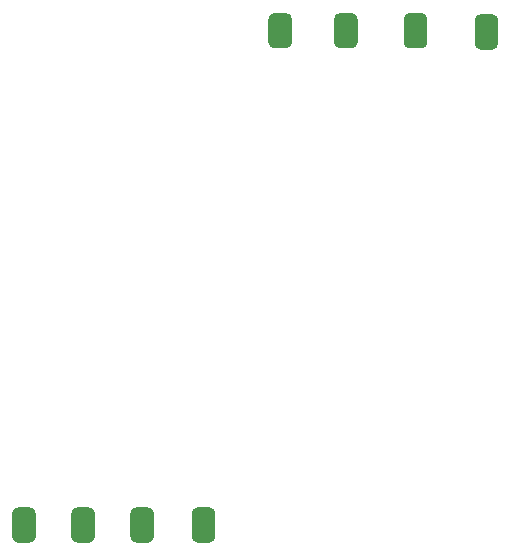
<source format=gbr>
%TF.GenerationSoftware,KiCad,Pcbnew,(5.1.6)-1*%
%TF.CreationDate,2021-04-02T17:33:40+02:00*%
%TF.ProjectId,48-24,34382d32-342e-46b6-9963-61645f706362,rev?*%
%TF.SameCoordinates,Original*%
%TF.FileFunction,Paste,Bot*%
%TF.FilePolarity,Positive*%
%FSLAX46Y46*%
G04 Gerber Fmt 4.6, Leading zero omitted, Abs format (unit mm)*
G04 Created by KiCad (PCBNEW (5.1.6)-1) date 2021-04-02 17:33:40*
%MOMM*%
%LPD*%
G01*
G04 APERTURE LIST*
G04 APERTURE END LIST*
%TO.C,J8*%
G36*
G01*
X93100000Y-138000000D02*
X93100000Y-136000000D01*
G75*
G02*
X93600000Y-135500000I500000J0D01*
G01*
X94600000Y-135500000D01*
G75*
G02*
X95100000Y-136000000I0J-500000D01*
G01*
X95100000Y-138000000D01*
G75*
G02*
X94600000Y-138500000I-500000J0D01*
G01*
X93600000Y-138500000D01*
G75*
G02*
X93100000Y-138000000I0J500000D01*
G01*
G37*
%TD*%
%TO.C,J7*%
G36*
G01*
X87100000Y-137900000D02*
X87100000Y-135900000D01*
G75*
G02*
X87600000Y-135400000I500000J0D01*
G01*
X88600000Y-135400000D01*
G75*
G02*
X89100000Y-135900000I0J-500000D01*
G01*
X89100000Y-137900000D01*
G75*
G02*
X88600000Y-138400000I-500000J0D01*
G01*
X87600000Y-138400000D01*
G75*
G02*
X87100000Y-137900000I0J500000D01*
G01*
G37*
%TD*%
%TO.C,J6*%
G36*
G01*
X81200000Y-137900000D02*
X81200000Y-135900000D01*
G75*
G02*
X81700000Y-135400000I500000J0D01*
G01*
X82700000Y-135400000D01*
G75*
G02*
X83200000Y-135900000I0J-500000D01*
G01*
X83200000Y-137900000D01*
G75*
G02*
X82700000Y-138400000I-500000J0D01*
G01*
X81700000Y-138400000D01*
G75*
G02*
X81200000Y-137900000I0J500000D01*
G01*
G37*
%TD*%
%TO.C,J5*%
G36*
G01*
X69150000Y-179750000D02*
X69150000Y-177750000D01*
G75*
G02*
X69650000Y-177250000I500000J0D01*
G01*
X70650000Y-177250000D01*
G75*
G02*
X71150000Y-177750000I0J-500000D01*
G01*
X71150000Y-179750000D01*
G75*
G02*
X70650000Y-180250000I-500000J0D01*
G01*
X69650000Y-180250000D01*
G75*
G02*
X69150000Y-179750000I0J500000D01*
G01*
G37*
%TD*%
%TO.C,J4*%
G36*
G01*
X63950000Y-179750000D02*
X63950000Y-177750000D01*
G75*
G02*
X64450000Y-177250000I500000J0D01*
G01*
X65450000Y-177250000D01*
G75*
G02*
X65950000Y-177750000I0J-500000D01*
G01*
X65950000Y-179750000D01*
G75*
G02*
X65450000Y-180250000I-500000J0D01*
G01*
X64450000Y-180250000D01*
G75*
G02*
X63950000Y-179750000I0J500000D01*
G01*
G37*
%TD*%
%TO.C,J3*%
G36*
G01*
X58950000Y-179750000D02*
X58950000Y-177750000D01*
G75*
G02*
X59450000Y-177250000I500000J0D01*
G01*
X60450000Y-177250000D01*
G75*
G02*
X60950000Y-177750000I0J-500000D01*
G01*
X60950000Y-179750000D01*
G75*
G02*
X60450000Y-180250000I-500000J0D01*
G01*
X59450000Y-180250000D01*
G75*
G02*
X58950000Y-179750000I0J500000D01*
G01*
G37*
%TD*%
%TO.C,J2*%
G36*
G01*
X75650000Y-137900000D02*
X75650000Y-135900000D01*
G75*
G02*
X76150000Y-135400000I500000J0D01*
G01*
X77150000Y-135400000D01*
G75*
G02*
X77650000Y-135900000I0J-500000D01*
G01*
X77650000Y-137900000D01*
G75*
G02*
X77150000Y-138400000I-500000J0D01*
G01*
X76150000Y-138400000D01*
G75*
G02*
X75650000Y-137900000I0J500000D01*
G01*
G37*
%TD*%
%TO.C,J1*%
G36*
G01*
X53950000Y-179750000D02*
X53950000Y-177750000D01*
G75*
G02*
X54450000Y-177250000I500000J0D01*
G01*
X55450000Y-177250000D01*
G75*
G02*
X55950000Y-177750000I0J-500000D01*
G01*
X55950000Y-179750000D01*
G75*
G02*
X55450000Y-180250000I-500000J0D01*
G01*
X54450000Y-180250000D01*
G75*
G02*
X53950000Y-179750000I0J500000D01*
G01*
G37*
%TD*%
M02*

</source>
